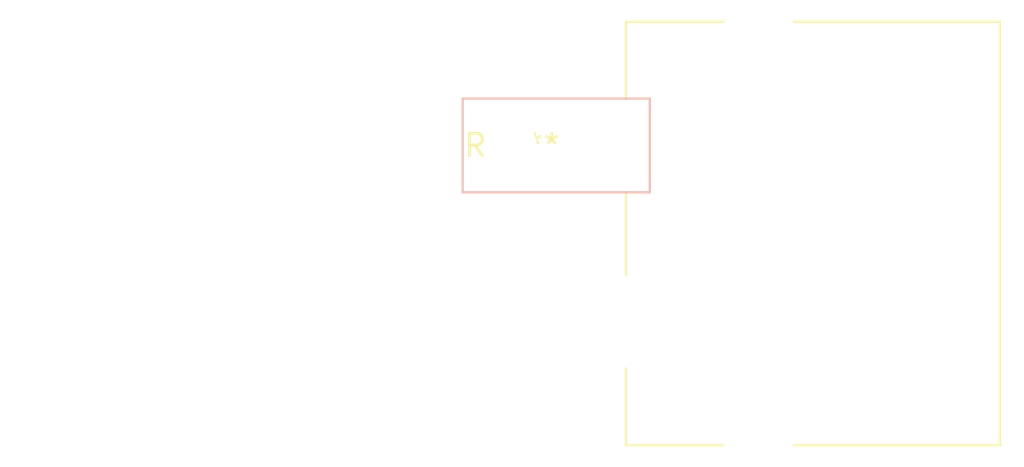
<source format=kicad_pcb>
(kicad_pcb (version 20240108) (generator pcbnew)
  (layers (0 "F.Cu" signal) (31 "B.Cu" signal) (34 "B.Paste" user) (35 "F.Paste" user) (36 "B.SilkS" user "B.Silkscreen") (37 "F.SilkS" user "F.Silkscreen") (38 "B.Mask" user) (39 "F.Mask" user) (44 "Edge.Cuts" user))
  (net 0 "")
  (footprint "Molex_Mini-Fit_Sr_42820-22XX_1x02_P10.00mm_Horizontal" (layer "F.Cu") (at 0 0)
    (property "Reference" "REF**")
    (property "Value" "Molex_Mini-Fit_Sr_42820-22XX_1x02_P10.00mm_Horizontal")
    (fp_line (start -2.81 -2.66) (end -2.81 2.66) (layer "B.SilkS") (stroke (width 0.12)))
    (fp_line (start -2.81 2.66) (end 7.81 2.66) (layer "B.SilkS") (stroke (width 0.12)))
    (fp_line (start 7.81 -2.66) (end -2.81 -2.66) (layer "B.SilkS") (stroke (width 0.12)))
    (fp_line (start 7.81 2.66) (end 7.81 -2.66) (layer "B.SilkS") (stroke (width 0.12)))
    (fp_line (start 6.45 -7.02) (end 12 -7.02) (layer "F.SilkS") (stroke (width 0.12)))
    (fp_line (start 6.45 -2.66) (end -2.55 -2.66) (layer "F.SilkS") (stroke (width 0.12)))
    (fp_line (start 6.45 -2.66) (end 6.45 -7.02) (layer "F.SilkS") (stroke (width 0.12)))
    (fp_line (start 6.45 2.66) (end 6.45 7.34) (layer "F.SilkS") (stroke (width 0.12)))
    (fp_line (start 6.45 12.66) (end 6.45 17.02) (layer "F.SilkS") (stroke (width 0.12)))
    (fp_line (start 6.45 17.02) (end 12 17.02) (layer "F.SilkS") (stroke (width 0.12)))
    (fp_line (start 16 -7.02) (end 27.67 -7.02) (layer "F.SilkS") (stroke (width 0.12)))
    (fp_line (start 16 17.02) (end 27.67 17.02) (layer "F.SilkS") (stroke (width 0.12)))
    (fp_line (start 27.67 -7.02) (end 27.67 5) (layer "F.SilkS") (stroke (width 0.12)))
    (fp_line (start 27.67 17.02) (end 27.67 5) (layer "F.SilkS") (stroke (width 0.12)))
    (pad "" thru_hole circle (at 14 -5.73) (size 4 4) (drill 3) (layers *.Cu *.Mask) (remove_unused_layers))
    (pad "" thru_hole circle (at 14 15.73) (size 4 4) (drill 3) (layers *.Cu *.Mask) (remove_unused_layers))
    (pad "1" thru_hole rect (at 0 0) (size 5.1 4.8) (drill 2.8) (layers *.Cu *.Mask) (remove_unused_layers))
    (pad "1" thru_hole rect (at 5 0) (size 5.1 4.8) (drill 2.8) (layers *.Cu *.Mask) (remove_unused_layers))
    (pad "2" thru_hole rect (at 0 10) (size 5.1 4.8) (drill 2.8) (layers *.Cu *.Mask) (remove_unused_layers))
    (pad "2" thru_hole rect (at 5 10) (size 5.1 4.8) (drill 2.8) (layers *.Cu *.Mask) (remove_unused_layers))
  )
)
</source>
